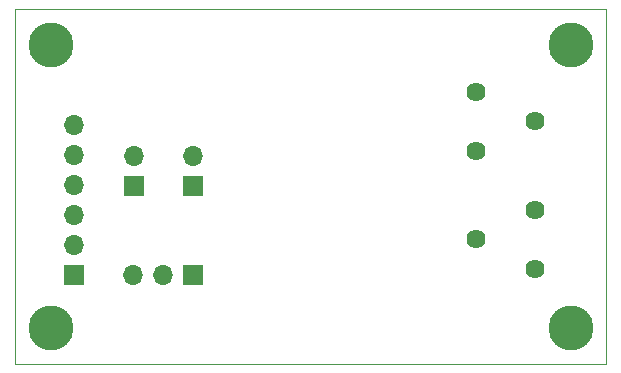
<source format=gbr>
%TF.GenerationSoftware,KiCad,Pcbnew,5.1.10-88a1d61d58~90~ubuntu20.04.1*%
%TF.CreationDate,2021-10-12T23:28:01-03:00*%
%TF.ProjectId,SG3525_Rev01,53473335-3235-45f5-9265-7630312e6b69,0.0.0.1*%
%TF.SameCoordinates,Original*%
%TF.FileFunction,Soldermask,Bot*%
%TF.FilePolarity,Negative*%
%FSLAX46Y46*%
G04 Gerber Fmt 4.6, Leading zero omitted, Abs format (unit mm)*
G04 Created by KiCad (PCBNEW 5.1.10-88a1d61d58~90~ubuntu20.04.1) date 2021-10-12 23:28:01*
%MOMM*%
%LPD*%
G01*
G04 APERTURE LIST*
%TA.AperFunction,Profile*%
%ADD10C,0.100000*%
%TD*%
%ADD11C,3.800000*%
%ADD12R,1.700000X1.700000*%
%ADD13O,1.700000X1.700000*%
%ADD14C,1.620000*%
G04 APERTURE END LIST*
D10*
X173000000Y-82000000D02*
X173000000Y-112000000D01*
X123000000Y-82000000D02*
X173000000Y-82000000D01*
X123000000Y-112000000D02*
X123000000Y-82000000D01*
X173000000Y-112000000D02*
X123000000Y-112000000D01*
D11*
%TO.C,H1*%
X126000000Y-109000000D03*
%TD*%
%TO.C,H2*%
X170000000Y-109000000D03*
%TD*%
%TO.C,H3*%
X170000000Y-85000000D03*
%TD*%
%TO.C,H4*%
X126000000Y-85000000D03*
%TD*%
D12*
%TO.C,J1*%
X128000000Y-104500000D03*
D13*
X128000000Y-101960000D03*
X128000000Y-99420000D03*
X128000000Y-96880000D03*
X128000000Y-94340000D03*
X128000000Y-91800000D03*
%TD*%
%TO.C,JP1*%
X133000000Y-94460000D03*
D12*
X133000000Y-97000000D03*
%TD*%
%TO.C,JP2*%
X138000000Y-104500000D03*
D13*
X135460000Y-104500000D03*
X132920000Y-104500000D03*
%TD*%
D12*
%TO.C,JP3*%
X138000000Y-97000000D03*
D13*
X138000000Y-94460000D03*
%TD*%
D14*
%TO.C,RV1*%
X167000000Y-99000000D03*
X162000000Y-101500000D03*
X167000000Y-104000000D03*
%TD*%
%TO.C,RV2*%
X162000000Y-89000000D03*
X167000000Y-91500000D03*
X162000000Y-94000000D03*
%TD*%
M02*

</source>
